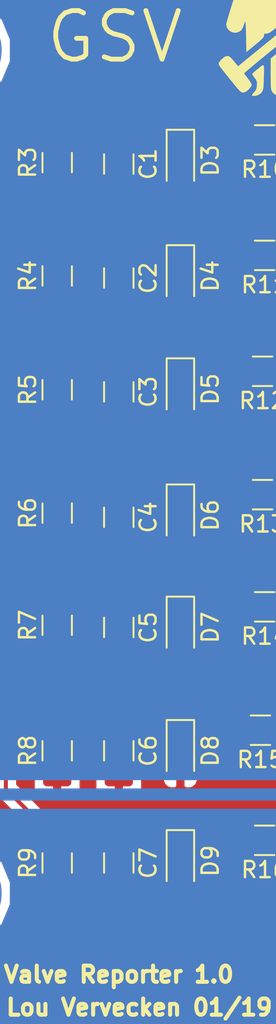
<source format=kicad_pcb>
(kicad_pcb (version 20171130) (host pcbnew "(5.0.2)-1")
  (layers (0 F.Cu signal hide) (31 B.Cu signal hide) (34 B.Paste user hide) (35 F.Paste user hide) (36 B.SilkS user) (37 F.SilkS user) (38 B.Mask user) (39 F.Mask user) (44 Edge.Cuts user hide))
  (net 0 "")
  (net 1 "Net-(C1-Pad1)")
  (net 2 GND)
  (net 3 "Net-(C2-Pad1)")
  (net 4 "Net-(C3-Pad1)")
  (net 5 "Net-(C4-Pad1)")
  (net 6 "Net-(C5-Pad1)")
  (net 7 "Net-(C6-Pad1)")
  (net 8 "Net-(C7-Pad1)")
  (net 9 +12V)
  (net 10 +5V)
  (net 11 "Net-(D1-Pad2)")
  (net 12 "Net-(D2-Pad2)")
  (net 13 "Net-(D10-Pad1)")
  (net 14 "Net-(D11-Pad1)")
  (net 15 "Net-(D12-Pad1)")
  (net 16 "Net-(D13-Pad1)")
  (net 17 "Net-(D14-Pad1)")
  (net 18 "Net-(D15-Pad1)")
  (net 19 "Net-(D16-Pad1)")
  (net 20 "Net-(Q1-Pad2)")
  (net 21 "Net-(R2-Pad2)")
  (net 22 "Net-(R17-Pad2)")
  (net 23 "Net-(U1-Pad2)")
  (net 24 "Net-(U1-Pad3)")
  (net 25 "Net-(U1-Pad4)")
  (net 26 "Net-(U1-Pad5)")
  (net 27 "Net-(U1-Pad6)")
  (net 28 "Net-(U1-Pad7)")
  (net 29 "Net-(U1-Pad8)")
  (net 30 "Net-(U1-Pad9)")
  (net 31 "Net-(U1-Pad11)")
  (net 32 "Net-(U1-Pad12)")
  (net 33 "Net-(U1-Pad13)")
  (net 34 "Net-(U1-Pad16)")
  (net 35 "Net-(U1-Pad18)")
  (net 36 "Net-(U1-Pad19)")
  (net 37 "Net-(U1-Pad25)")
  (net 38 "Net-(U1-Pad27)")
  (net 39 /RelOn)
  (net 40 /RelOff)
  (net 41 /RelIn)
  (module Capacitor_SMD:C_1206_3216Metric_Pad1.42x1.75mm_HandSolder (layer F.Cu) (at 146.05 91.6 270)
    (fp_text reference C2 (at 0 -1.82 270) (layer F.SilkS))
    (fp_text value 0.01uF)
    (pad 2 smd roundrect (at 1.4875 0 270) (size 1.425 1.75) (layers F.Cu F.Paste F.Mask) (roundrect_rratio 0.175439) (net 2 GND))
    (pad 1 smd roundrect (at -1.4875 0 270) (size 1.425 1.75) (layers F.Cu F.Paste F.Mask) (roundrect_rratio 0.175439) (net 3 "Net-(C2-Pad1)"))
  )
  (module Capacitor_SMD:C_1206_3216Metric_Pad1.42x1.75mm_HandSolder (layer F.Cu) (at 146.05 98.63 270)
    (fp_text reference C3 (at 0 -1.82 270) (layer F.SilkS))
    (fp_text value 0.01uF)
    (pad 1 smd roundrect (at -1.4875 0 270) (size 1.425 1.75) (layers F.Cu F.Paste F.Mask) (roundrect_rratio 0.175439) (net 4 "Net-(C3-Pad1)"))
    (pad 2 smd roundrect (at 1.4875 0 270) (size 1.425 1.75) (layers F.Cu F.Paste F.Mask) (roundrect_rratio 0.175439) (net 2 GND))
  )
  (module Capacitor_SMD:C_1206_3216Metric_Pad1.42x1.75mm_HandSolder (layer F.Cu) (at 146.05 106.38 270)
    (fp_text reference C4 (at 0 -1.82 270) (layer F.SilkS))
    (fp_text value 0.01uF)
    (pad 2 smd roundrect (at 1.4875 0 270) (size 1.425 1.75) (layers F.Cu F.Paste F.Mask) (roundrect_rratio 0.175439) (net 2 GND))
    (pad 1 smd roundrect (at -1.4875 0 270) (size 1.425 1.75) (layers F.Cu F.Paste F.Mask) (roundrect_rratio 0.175439) (net 5 "Net-(C4-Pad1)"))
  )
  (module Capacitor_SMD:C_1206_3216Metric_Pad1.42x1.75mm_HandSolder (layer F.Cu) (at 146.05 113.18 270)
    (fp_text reference C5 (at 0 -1.82 270) (layer F.SilkS))
    (fp_text value 0.01uF)
    (pad 1 smd roundrect (at -1.4875 0 270) (size 1.425 1.75) (layers F.Cu F.Paste F.Mask) (roundrect_rratio 0.175439) (net 6 "Net-(C5-Pad1)"))
    (pad 2 smd roundrect (at 1.4875 0 270) (size 1.425 1.75) (layers F.Cu F.Paste F.Mask) (roundrect_rratio 0.175439) (net 2 GND))
  )
  (module Capacitor_SMD:C_1206_3216Metric_Pad1.42x1.75mm_HandSolder (layer F.Cu) (at 146.05 120.8 270)
    (fp_text reference C6 (at 0 -1.82 270) (layer F.SilkS))
    (fp_text value 0.01uF)
    (pad 2 smd roundrect (at 1.4875 0 270) (size 1.425 1.75) (layers F.Cu F.Paste F.Mask) (roundrect_rratio 0.175439) (net 2 GND))
    (pad 1 smd roundrect (at -1.4875 0 270) (size 1.425 1.75) (layers F.Cu F.Paste F.Mask) (roundrect_rratio 0.175439) (net 7 "Net-(C6-Pad1)"))
  )
  (module Capacitor_SMD:C_1206_3216Metric_Pad1.42x1.75mm_HandSolder (layer F.Cu) (at 146.05 127.73 270)
    (fp_text reference C7 (at 0 -1.82 270) (layer F.SilkS))
    (fp_text value 0.01uF)
    (pad 1 smd roundrect (at -1.4875 0 270) (size 1.425 1.75) (layers F.Cu F.Paste F.Mask) (roundrect_rratio 0.175439) (net 8 "Net-(C7-Pad1)"))
    (pad 2 smd roundrect (at 1.4875 0 270) (size 1.425 1.75) (layers F.Cu F.Paste F.Mask) (roundrect_rratio 0.175439) (net 2 GND))
  )
  (module Capacitor_SMD:C_1206_3216Metric_Pad1.42x1.75mm_HandSolder (layer F.Cu) (at 102.74 115.57)
    (fp_text reference C8 (at 0 -1.82) (layer F.SilkS))
    (fp_text value 0.33uF)
    (pad 2 smd roundrect (at 1.4875 0) (size 1.425 1.75) (layers F.Cu F.Paste F.Mask) (roundrect_rratio 0.175439) (net 2 GND))
    (pad 1 smd roundrect (at -1.4875 0) (size 1.425 1.75) (layers F.Cu F.Paste F.Mask) (roundrect_rratio 0.175439) (net 9 +12V))
  )
  (module Capacitor_SMD:C_1206_3216Metric_Pad1.42x1.75mm_HandSolder (layer F.Cu) (at 105.41 133.985 270)
    (fp_text reference C9 (at 0 -1.82 270) (layer F.SilkS))
    (fp_text value 0.33uF)
    (pad 1 smd roundrect (at -1.4875 0 270) (size 1.425 1.75) (layers F.Cu F.Paste F.Mask) (roundrect_rratio 0.175439) (net 10 +5V))
    (pad 2 smd roundrect (at 1.4875 0 270) (size 1.425 1.75) (layers F.Cu F.Paste F.Mask) (roundrect_rratio 0.175439) (net 2 GND))
  )
  (module Diode_SMD:D_1206_3216Metric_Pad1.42x1.75mm_HandSolder (layer F.Cu) (at 102.74 106.68)
    (fp_text reference D2 (at 0 -1.82) (layer F.SilkS))
    (fp_text value D)
    (pad 1 smd roundrect (at -1.4875 0) (size 1.425 1.75) (layers F.Cu F.Paste F.Mask) (roundrect_rratio 0.175439) (net 9 +12V))
    (pad 2 smd roundrect (at 1.4875 0) (size 1.425 1.75) (layers F.Cu F.Paste F.Mask) (roundrect_rratio 0.175439) (net 12 "Net-(D2-Pad2)"))
  )
  (module LED_SMD:LED_1206_3216Metric_Pad1.42x1.75mm_HandSolder (layer F.Cu) (at 95.25 134.115 270)
    (fp_text reference D1 (at 0 -1.82 270) (layer F.SilkS))
    (fp_text value LED)
    (pad 1 smd roundrect (at -1.4875 0 270) (size 1.425 1.75) (layers F.Cu F.Paste F.Mask) (roundrect_rratio 0.175439) (net 2 GND))
    (pad 2 smd roundrect (at 1.4875 0 270) (size 1.425 1.75) (layers F.Cu F.Paste F.Mask) (roundrect_rratio 0.175439) (net 11 "Net-(D1-Pad2)"))
  )
  (module Resistor_SMD:R_1206_3216Metric_Pad1.42x1.75mm_HandSolder (layer F.Cu) (at 101.73 74.93)
    (fp_text reference R17 (at 0 -1.82) (layer F.SilkS))
    (fp_text value 0)
    (pad 1 smd roundrect (at -1.4875 0) (size 1.425 1.75) (layers F.Cu F.Paste F.Mask) (roundrect_rratio 0.175439) (net 1 "Net-(C1-Pad1)"))
    (pad 2 smd roundrect (at 1.4875 0) (size 1.425 1.75) (layers F.Cu F.Paste F.Mask) (roundrect_rratio 0.175439) (net 22 "Net-(R17-Pad2)"))
  )
  (module Resistor_SMD:R_1206_3216Metric_Pad1.42x1.75mm_HandSolder (layer F.Cu) (at 155.07 126.33 180)
    (fp_text reference R16 (at 0 -1.82 180) (layer F.SilkS))
    (fp_text value 1k)
    (pad 2 smd roundrect (at 1.4875 0 180) (size 1.425 1.75) (layers F.Cu F.Paste F.Mask) (roundrect_rratio 0.175439) (net 8 "Net-(C7-Pad1)"))
    (pad 1 smd roundrect (at -1.4875 0 180) (size 1.425 1.75) (layers F.Cu F.Paste F.Mask) (roundrect_rratio 0.175439) (net 19 "Net-(D16-Pad1)"))
  )
  (module Resistor_SMD:R_1206_3216Metric_Pad1.42x1.75mm_HandSolder (layer F.Cu) (at 142.24 127.73 90)
    (fp_text reference R9 (at 0 -1.82 90) (layer F.SilkS))
    (fp_text value 1k)
    (pad 1 smd roundrect (at -1.4875 0 90) (size 1.425 1.75) (layers F.Cu F.Paste F.Mask) (roundrect_rratio 0.175439) (net 2 GND))
    (pad 2 smd roundrect (at 1.4875 0 90) (size 1.425 1.75) (layers F.Cu F.Paste F.Mask) (roundrect_rratio 0.175439) (net 8 "Net-(C7-Pad1)"))
  )
  (module Resistor_SMD:R_1206_3216Metric_Pad1.42x1.75mm_HandSolder (layer F.Cu) (at 154.81 119.53 180)
    (fp_text reference R15 (at 0 -1.82 180) (layer F.SilkS))
    (fp_text value 1k)
    (pad 2 smd roundrect (at 1.4875 0 180) (size 1.425 1.75) (layers F.Cu F.Paste F.Mask) (roundrect_rratio 0.175439) (net 7 "Net-(C6-Pad1)"))
    (pad 1 smd roundrect (at -1.4875 0 180) (size 1.425 1.75) (layers F.Cu F.Paste F.Mask) (roundrect_rratio 0.175439) (net 18 "Net-(D15-Pad1)"))
  )
  (module Resistor_SMD:R_1206_3216Metric_Pad1.42x1.75mm_HandSolder (layer F.Cu) (at 155.07 111.91 180)
    (fp_text reference R14 (at 0 -1.82 180) (layer F.SilkS))
    (fp_text value 1k)
    (pad 1 smd roundrect (at -1.4875 0 180) (size 1.425 1.75) (layers F.Cu F.Paste F.Mask) (roundrect_rratio 0.175439) (net 17 "Net-(D14-Pad1)"))
    (pad 2 smd roundrect (at 1.4875 0 180) (size 1.425 1.75) (layers F.Cu F.Paste F.Mask) (roundrect_rratio 0.175439) (net 6 "Net-(C5-Pad1)"))
  )
  (module Resistor_SMD:R_1206_3216Metric_Pad1.42x1.75mm_HandSolder (layer F.Cu) (at 154.94 104.98 180)
    (fp_text reference R13 (at 0 -1.82 180) (layer F.SilkS))
    (fp_text value 1k)
    (pad 2 smd roundrect (at 1.4875 0 180) (size 1.425 1.75) (layers F.Cu F.Paste F.Mask) (roundrect_rratio 0.175439) (net 5 "Net-(C4-Pad1)"))
    (pad 1 smd roundrect (at -1.4875 0 180) (size 1.425 1.75) (layers F.Cu F.Paste F.Mask) (roundrect_rratio 0.175439) (net 16 "Net-(D13-Pad1)"))
  )
  (module Resistor_SMD:R_1206_3216Metric_Pad1.42x1.75mm_HandSolder (layer F.Cu) (at 154.94 97.36 180)
    (fp_text reference R12 (at 0 -1.82 180) (layer F.SilkS))
    (fp_text value 1k)
    (pad 1 smd roundrect (at -1.4875 0 180) (size 1.425 1.75) (layers F.Cu F.Paste F.Mask) (roundrect_rratio 0.175439) (net 15 "Net-(D12-Pad1)"))
    (pad 2 smd roundrect (at 1.4875 0 180) (size 1.425 1.75) (layers F.Cu F.Paste F.Mask) (roundrect_rratio 0.175439) (net 4 "Net-(C3-Pad1)"))
  )
  (module Resistor_SMD:R_1206_3216Metric_Pad1.42x1.75mm_HandSolder (layer F.Cu) (at 155.07 90.2 180)
    (fp_text reference R11 (at 0 -1.82 180) (layer F.SilkS))
    (fp_text value 1k)
    (pad 2 smd roundrect (at 1.4875 0 180) (size 1.425 1.75) (layers F.Cu F.Paste F.Mask) (roundrect_rratio 0.175439) (net 3 "Net-(C2-Pad1)"))
    (pad 1 smd roundrect (at -1.4875 0 180) (size 1.425 1.75) (layers F.Cu F.Paste F.Mask) (roundrect_rratio 0.175439) (net 14 "Net-(D11-Pad1)"))
  )
  (module Resistor_SMD:R_1206_3216Metric_Pad1.42x1.75mm_HandSolder (layer F.Cu) (at 155.07 83.07 180)
    (fp_text reference R10 (at 0 -1.82 180) (layer F.SilkS))
    (fp_text value 1k)
    (pad 1 smd roundrect (at -1.4875 0 180) (size 1.425 1.75) (layers F.Cu F.Paste F.Mask) (roundrect_rratio 0.175439) (net 13 "Net-(D10-Pad1)"))
    (pad 2 smd roundrect (at 1.4875 0 180) (size 1.425 1.75) (layers F.Cu F.Paste F.Mask) (roundrect_rratio 0.175439) (net 1 "Net-(C1-Pad1)"))
  )
  (module Resistor_SMD:R_1206_3216Metric_Pad1.42x1.75mm_HandSolder (layer F.Cu) (at 142.24 120.8 90)
    (fp_text reference R8 (at 0 -1.82 90) (layer F.SilkS))
    (fp_text value 1k)
    (pad 2 smd roundrect (at 1.4875 0 90) (size 1.425 1.75) (layers F.Cu F.Paste F.Mask) (roundrect_rratio 0.175439) (net 7 "Net-(C6-Pad1)"))
    (pad 1 smd roundrect (at -1.4875 0 90) (size 1.425 1.75) (layers F.Cu F.Paste F.Mask) (roundrect_rratio 0.175439) (net 2 GND))
  )
  (module Resistor_SMD:R_1206_3216Metric_Pad1.42x1.75mm_HandSolder (layer F.Cu) (at 142.24 106.12 90)
    (fp_text reference R6 (at 0 -1.82 90) (layer F.SilkS))
    (fp_text value 1k)
    (pad 1 smd roundrect (at -1.4875 0 90) (size 1.425 1.75) (layers F.Cu F.Paste F.Mask) (roundrect_rratio 0.175439) (net 2 GND))
    (pad 2 smd roundrect (at 1.4875 0 90) (size 1.425 1.75) (layers F.Cu F.Paste F.Mask) (roundrect_rratio 0.175439) (net 5 "Net-(C4-Pad1)"))
  )
  (module Resistor_SMD:R_1206_3216Metric_Pad1.42x1.75mm_HandSolder (layer F.Cu) (at 142.24 91.47 90)
    (fp_text reference R4 (at 0 -1.82 90) (layer F.SilkS))
    (fp_text value 1k)
    (pad 2 smd roundrect (at 1.4875 0 90) (size 1.425 1.75) (layers F.Cu F.Paste F.Mask) (roundrect_rratio 0.175439) (net 3 "Net-(C2-Pad1)"))
    (pad 1 smd roundrect (at -1.4875 0 90) (size 1.425 1.75) (layers F.Cu F.Paste F.Mask) (roundrect_rratio 0.175439) (net 2 GND))
  )
  (module Resistor_SMD:R_1206_3216Metric_Pad1.42x1.75mm_HandSolder (layer F.Cu) (at 142.24 84.47 90)
    (fp_text reference R3 (at 0 -1.82 90) (layer F.SilkS))
    (fp_text value 1k)
    (pad 1 smd roundrect (at -1.4875 0 90) (size 1.425 1.75) (layers F.Cu F.Paste F.Mask) (roundrect_rratio 0.175439) (net 2 GND))
    (pad 2 smd roundrect (at 1.4875 0 90) (size 1.425 1.75) (layers F.Cu F.Paste F.Mask) (roundrect_rratio 0.175439) (net 1 "Net-(C1-Pad1)"))
  )
  (module Resistor_SMD:R_1206_3216Metric_Pad1.42x1.75mm_HandSolder (layer F.Cu) (at 102.74 110.49)
    (fp_text reference R2 (at 0 -1.82) (layer F.SilkS))
    (fp_text value 2k)
    (pad 2 smd roundrect (at 1.4875 0) (size 1.425 1.75) (layers F.Cu F.Paste F.Mask) (roundrect_rratio 0.175439) (net 21 "Net-(R2-Pad2)"))
    (pad 1 smd roundrect (at -1.4875 0) (size 1.425 1.75) (layers F.Cu F.Paste F.Mask) (roundrect_rratio 0.175439) (net 20 "Net-(Q1-Pad2)"))
  )
  (module Resistor_SMD:R_1206_3216Metric_Pad1.42x1.75mm_HandSolder (layer F.Cu) (at 100.33 133.985 90)
    (fp_text reference R1 (at 0 -1.82 90) (layer F.SilkS))
    (fp_text value 1k)
    (pad 1 smd roundrect (at -1.4875 0 90) (size 1.425 1.75) (layers F.Cu F.Paste F.Mask) (roundrect_rratio 0.175439) (net 11 "Net-(D1-Pad2)"))
    (pad 2 smd roundrect (at 1.4875 0 90) (size 1.425 1.75) (layers F.Cu F.Paste F.Mask) (roundrect_rratio 0.175439) (net 10 +5V))
  )
  (module Resistor_SMD:R_1206_3216Metric_Pad1.42x1.75mm_HandSolder (layer F.Cu) (at 142.24 98.5 90)
    (fp_text reference R5 (at 0 -1.82 90) (layer F.SilkS))
    (fp_text value 1k)
    (pad 2 smd roundrect (at 1.4875 0 90) (size 1.425 1.75) (layers F.Cu F.Paste F.Mask) (roundrect_rratio 0.175439) (net 4 "Net-(C3-Pad1)"))
    (pad 1 smd roundrect (at -1.4875 0 90) (size 1.425 1.75) (layers F.Cu F.Paste F.Mask) (roundrect_rratio 0.175439) (net 2 GND))
  )
  (module Resistor_SMD:R_1206_3216Metric_Pad1.42x1.75mm_HandSolder (layer F.Cu) (at 142.24 113.05 90)
    (fp_text reference R7 (at 0 -1.82 90) (layer F.SilkS))
    (fp_text value 1k)
    (pad 1 smd roundrect (at -1.4875 0 90) (size 1.425 1.75) (layers F.Cu F.Paste F.Mask) (roundrect_rratio 0.175439) (net 2 GND))
    (pad 2 smd roundrect (at 1.4875 0 90) (size 1.425 1.75) (layers F.Cu F.Paste F.Mask) (roundrect_rratio 0.175439) (net 6 "Net-(C5-Pad1)"))
  )
  (module Capacitor_SMD:C_2816_7142Metric_Pad3.20x4.45mm_HandSolder (layer F.Cu) (at 161.23 134.62 180)
    (fp_text reference C10 (at 0 -3.18 180) (layer F.SilkS))
    (fp_text value 50uF)
    (pad 1 smd roundrect (at -2.6 0 180) (size 3.2 4.45) (layers F.Cu F.Paste F.Mask) (roundrect_rratio 0.078125) (net 9 +12V))
    (pad 2 smd roundrect (at 2.6 0 180) (size 3.2 4.45) (layers F.Cu F.Paste F.Mask) (roundrect_rratio 0.078125) (net 2 GND))
  )
  (module Diode_SMD:D_SOD-323_HandSoldering (layer F.Cu) (at 149.86 120.8 270)
    (fp_text reference D8 (at 0 -1.85 270) (layer F.SilkS))
    (fp_text value 3.3V)
    (pad 2 smd rect (at 1.25 0 270) (size 1 1) (layers F.Cu F.Paste F.Mask) (net 2 GND))
    (pad 1 smd rect (at -1.25 0 270) (size 1 1) (layers F.Cu F.Paste F.Mask) (net 7 "Net-(C6-Pad1)"))
  )
  (module Diode_SMD:D_SOD-323_HandSoldering (layer F.Cu) (at 149.86 106.25 270)
    (fp_text reference D6 (at 0 -1.85 270) (layer F.SilkS))
    (fp_text value 3.3V)
    (pad 1 smd rect (at -1.25 0 270) (size 1 1) (layers F.Cu F.Paste F.Mask) (net 5 "Net-(C4-Pad1)"))
    (pad 2 smd rect (at 1.25 0 270) (size 1 1) (layers F.Cu F.Paste F.Mask) (net 2 GND))
  )
  (module Diode_SMD:D_SOD-323_HandSoldering (layer F.Cu) (at 149.86 91.47 270)
    (fp_text reference D4 (at 0 -1.85 270) (layer F.SilkS))
    (fp_text value 3.3V)
    (pad 2 smd rect (at 1.25 0 270) (size 1 1) (layers F.Cu F.Paste F.Mask) (net 2 GND))
    (pad 1 smd rect (at -1.25 0 270) (size 1 1) (layers F.Cu F.Paste F.Mask) (net 3 "Net-(C2-Pad1)"))
  )
  (module Diode_SMD:D_SOD-323_HandSoldering (layer F.Cu) (at 149.86 98.46 270)
    (fp_text reference D5 (at 0 -1.85 270) (layer F.SilkS))
    (fp_text value 3.3V)
    (pad 1 smd rect (at -1.25 0 270) (size 1 1) (layers F.Cu F.Paste F.Mask) (net 4 "Net-(C3-Pad1)"))
    (pad 2 smd rect (at 1.25 0 270) (size 1 1) (layers F.Cu F.Paste F.Mask) (net 2 GND))
  )
  (module Diode_SMD:D_SOD-323_HandSoldering (layer F.Cu) (at 149.86 113.18 270)
    (fp_text reference D7 (at 0 -1.85 270) (layer F.SilkS))
    (fp_text value 3.3V)
    (pad 2 smd rect (at 1.25 0 270) (size 1 1) (layers F.Cu F.Paste F.Mask) (net 2 GND))
    (pad 1 smd rect (at -1.25 0 270) (size 1 1) (layers F.Cu F.Paste F.Mask) (net 6 "Net-(C5-Pad1)"))
  )
  (module Diode_SMD:D_SOD-323_HandSoldering (layer F.Cu) (at 149.86 127.6 270)
    (fp_text reference D9 (at 0 -1.85 270) (layer F.SilkS))
    (fp_text value 3.3V)
    (pad 1 smd rect (at -1.25 0 270) (size 1 1) (layers F.Cu F.Paste F.Mask) (net 8 "Net-(C7-Pad1)"))
    (pad 2 smd rect (at 1.25 0 270) (size 1 1) (layers F.Cu F.Paste F.Mask) (net 2 GND))
  )
  (module Diode_SMD:D_SOD-323_HandSoldering (layer F.Cu) (at 149.86 84.34 270)
    (fp_text reference D3 (at 0 -1.85 270) (layer F.SilkS))
    (fp_text value 3.3V)
    (pad 2 smd rect (at 1.25 0 270) (size 1 1) (layers F.Cu F.Paste F.Mask) (net 2 GND))
    (pad 1 smd rect (at -1.25 0 270) (size 1 1) (layers F.Cu F.Paste F.Mask) (net 1 "Net-(C1-Pad1)"))
  )
  (module TerminalBlock_Phoenix:TerminalBlock_Phoenix_PT-1,5-14-3.5-H_1x14_P3.50mm_Horizontal_valve_rep (layer F.Cu) (at 170.18 127 90)
    (fp_text reference J2 (at 48.895 3.81 90) (layer F.SilkS))
    (fp_text value Screw_Terminal_01x14)
    (fp_text user 1P (at 45.72 -5.08 90) (layer F.SilkS))
    (fp_text user 1N (at 41.91 -5.08 90) (layer F.SilkS))
    (fp_text user 2P (at 38.735 -5.08 90) (layer F.SilkS))
    (fp_text user 2N (at 34.925 -5.08 90) (layer F.SilkS))
    (fp_text user 3P (at 31.75 -5.08 90) (layer F.SilkS))
    (fp_text user 3N (at 27.94 -5.08 90) (layer F.SilkS))
    (fp_text user 4P (at 24.765 -5.08 90) (layer F.SilkS))
    (fp_text user 4N (at 20.955 -5.08 90) (layer F.SilkS))
    (fp_text user 5P (at 17.78 -5.08 90) (layer F.SilkS))
    (fp_text user 5N (at 13.97 -5.08 90) (layer F.SilkS))
    (fp_text user 6P (at 10.795 -5.08 90) (layer F.SilkS))
    (fp_text user 6N (at 6.985 -5.08 90) (layer F.SilkS))
    (fp_text user 7P (at 3.81 -5.08 90) (layer F.SilkS))
    (fp_text user 7N (at 0 -5.08 90) (layer F.SilkS))
    (pad 1 thru_hole rect (at 0 0 90) (size 2.4 2.4) (drill 1.2) (layers *.Cu *.Mask) (net 19 "Net-(D16-Pad1)"))
    (pad 2 thru_hole circle (at 3.5 0 90) (size 2.4 2.4) (drill 1.2) (layers *.Cu *.Mask) (net 9 +12V))
    (pad 3 thru_hole circle (at 7 0 90) (size 2.4 2.4) (drill 1.2) (layers *.Cu *.Mask) (net 18 "Net-(D15-Pad1)"))
    (pad 4 thru_hole circle (at 10.5 0 90) (size 2.4 2.4) (drill 1.2) (layers *.Cu *.Mask) (net 9 +12V))
    (pad 5 thru_hole circle (at 14 0 90) (size 2.4 2.4) (drill 1.2) (layers *.Cu *.Mask) (net 17 "Net-(D14-Pad1)"))
    (pad 6 thru_hole circle (at 17.5 0 90) (size 2.4 2.4) (drill 1.2) (layers *.Cu *.Mask) (net 9 +12V))
    (pad 7 thru_hole circle (at 21 0 90) (size 2.4 2.4) (drill 1.2) (layers *.Cu *.Mask) (net 16 "Net-(D13-Pad1)"))
    (pad 8 thru_hole circle (at 24.5 0 90) (size 2.4 2.4) (drill 1.2) (layers *.Cu *.Mask) (net 9 +12V))
    (pad 9 thru_hole circle (at 28 0 90) (size 2.4 2.4) (drill 1.2) (layers *.Cu *.Mask) (net 15 "Net-(D12-Pad1)"))
    (pad 10 thru_hole circle (at 31.5 0 90) (size 2.4 2.4) (drill 1.2) (layers *.Cu *.Mask) (net 9 +12V))
    (pad 11 thru_hole circle (at 35 0 90) (size 2.4 2.4) (drill 1.2) (layers *.Cu *.Mask) (net 14 "Net-(D11-Pad1)"))
    (pad 12 thru_hole circle (at 38.5 0 90) (size 2.4 2.4) (drill 1.2) (layers *.Cu *.Mask) (net 9 +12V))
    (pad 13 thru_hole circle (at 42 0 90) (size 2.4 2.4) (drill 1.2) (layers *.Cu *.Mask) (net 13 "Net-(D10-Pad1)"))
    (pad 14 thru_hole circle (at 45.5 0 90) (size 2.4 2.4) (drill 1.2) (layers *.Cu *.Mask) (net 9 +12V))
  )
  (module TerminalBlock_Phoenix:TerminalBlock_Phoenix_PT-1,5-5-5.0-H_1x05_P5.00mm_Horizontal_valve_rep (layer F.Cu) (at 88.9 104.775 270)
    (fp_text reference J1 (at 10 -5.06 270) (layer F.SilkS))
    (fp_text value Screw_Terminal_01x05)
    (fp_text user 12V (at 0 -6.35 270) (layer F.SilkS))
    (fp_text user GND (at 5.08 -6.35 270) (layer F.SilkS))
    (fp_text user RelOn (at 10.16 -6.35 270) (layer F.SilkS))
    (fp_text user RelOff (at 15.24 -6.35 270) (layer F.SilkS))
    (fp_text user RelIn (at 20.32 -6.35 270) (layer F.SilkS))
    (pad 1 thru_hole rect (at 0 0 270) (size 2.6 2.6) (drill 1.3) (layers *.Cu *.Mask) (net 9 +12V))
    (pad 2 thru_hole circle (at 5 0 270) (size 2.6 2.6) (drill 1.3) (layers *.Cu *.Mask) (net 2 GND))
    (pad 3 thru_hole circle (at 10 0 270) (size 2.6 2.6) (drill 1.3) (layers *.Cu *.Mask) (net 39 /RelOn))
    (pad 4 thru_hole circle (at 15 0 270) (size 2.6 2.6) (drill 1.3) (layers *.Cu *.Mask) (net 40 /RelOff))
    (pad 5 thru_hole circle (at 20 0 270) (size 2.6 2.6) (drill 1.3) (layers *.Cu *.Mask) (net 41 /RelIn))
  )
  (module MountingHole:MountingHole_3.2mm_M3_ISO7380_Pad (layer F.Cu) (at 135.9535 129.6035)
    (fp_text reference H5 (at 0 -3.85) (layer F.SilkS))
    (fp_text value MountingHole_Pad)
    (pad 1 thru_hole circle (at 0 0) (size 5.7 5.7) (drill 3.2) (layers *.Cu *.Mask) (net 2 GND))
  )
  (module MountingHole:MountingHole_3.2mm_M3_ISO7380_Pad (layer F.Cu) (at 135.9535 77.5335)
    (fp_text reference H7 (at 0 -3.85) (layer F.SilkS))
    (fp_text value MountingHole_Pad)
    (pad 1 thru_hole circle (at 0 0) (size 5.7 5.7) (drill 3.2) (layers *.Cu *.Mask) (net 2 GND))
  )
  (module MountingHole:MountingHole_3.2mm_M3_ISO7380_Pad (layer F.Cu) (at 110.617 129.667)
    (fp_text reference H8 (at 0 -3.85) (layer F.SilkS))
    (fp_text value MountingHole_Pad)
    (pad 1 thru_hole circle (at 0 0) (size 5.7 5.7) (drill 3.2) (layers *.Cu *.Mask) (net 2 GND))
  )
  (module MountingHole:MountingHole_3.2mm_M3_ISO7380_Pad (layer F.Cu) (at 110.617 77.597)
    (fp_text reference H6 (at 0 -3.85) (layer F.SilkS))
    (fp_text value MountingHole_Pad)
    (pad 1 thru_hole circle (at 0 0) (size 5.7 5.7) (drill 3.2) (layers *.Cu *.Mask) (net 2 GND))
  )
  (module Capacitor_SMD:C_1206_3216Metric_Pad1.42x1.75mm_HandSolder (layer F.Cu) (at 146.05 84.5575 270)
    (fp_text reference C1 (at 0 -1.82 270) (layer F.SilkS))
    (fp_text value 0.01uF)
    (pad 1 smd roundrect (at -1.4875 0 270) (size 1.425 1.75) (layers F.Cu F.Paste F.Mask) (roundrect_rratio 0.175439) (net 1 "Net-(C1-Pad1)"))
    (pad 2 smd roundrect (at 1.4875 0 270) (size 1.425 1.75) (layers F.Cu F.Paste F.Mask) (roundrect_rratio 0.175439) (net 2 GND))
  )
  (module Diode_SMD:D_SOD-323_HandSoldering (layer F.Cu) (at 160.02 84.34 270)
    (fp_text reference D10 (at 0 -1.85 270) (layer F.SilkS))
    (fp_text value D_Shockley)
    (pad 2 smd rect (at 1.25 0 270) (size 1 1) (layers F.Cu F.Paste F.Mask) (net 2 GND))
    (pad 1 smd rect (at -1.25 0 270) (size 1 1) (layers F.Cu F.Paste F.Mask) (net 13 "Net-(D10-Pad1)"))
  )
  (module Diode_SMD:D_SOD-323_HandSoldering (layer F.Cu) (at 160.02 91.45 270)
    (fp_text reference D11 (at 0 -1.85 270) (layer F.SilkS))
    (fp_text value D_Shockley)
    (pad 1 smd rect (at -1.25 0 270) (size 1 1) (layers F.Cu F.Paste F.Mask) (net 14 "Net-(D11-Pad1)"))
    (pad 2 smd rect (at 1.25 0 270) (size 1 1) (layers F.Cu F.Paste F.Mask) (net 2 GND))
  )
  (module Diode_SMD:D_SOD-323_HandSoldering (layer F.Cu) (at 160.02 98.61 270)
    (fp_text reference D12 (at 0 -1.85 270) (layer F.SilkS))
    (fp_text value D_Shockley)
    (pad 1 smd rect (at -1.25 0 270) (size 1 1) (layers F.Cu F.Paste F.Mask) (net 15 "Net-(D12-Pad1)"))
    (pad 2 smd rect (at 1.25 0 270) (size 1 1) (layers F.Cu F.Paste F.Mask) (net 2 GND))
  )
  (module Diode_SMD:D_SOD-323_HandSoldering (layer F.Cu) (at 160.02 106.23 270)
    (fp_text reference D13 (at 0 -1.85 270) (layer F.SilkS))
    (fp_text value D_Shockley)
    (pad 1 smd rect (at -1.25 0 270) (size 1 1) (layers F.Cu F.Paste F.Mask) (net 16 "Net-(D13-Pad1)"))
    (pad 2 smd rect (at 1.25 0 270) (size 1 1) (layers F.Cu F.Paste F.Mask) (net 2 GND))
  )
  (module Diode_SMD:D_SOD-323_HandSoldering (layer F.Cu) (at 160.02 113.16 270)
    (fp_text reference D14 (at 0 -1.85 270) (layer F.SilkS))
    (fp_text value D_Shockley)
    (pad 2 smd rect (at 1.25 0 270) (size 1 1) (layers F.Cu F.Paste F.Mask) (net 2 GND))
    (pad 1 smd rect (at -1.25 0 270) (size 1 1) (layers F.Cu F.Paste F.Mask) (net 17 "Net-(D14-Pad1)"))
  )
  (module Diode_SMD:D_SOD-323_HandSoldering (layer F.Cu) (at 160.02 120.8 270)
    (fp_text reference D15 (at 0 -1.85 270) (layer F.SilkS))
    (fp_text value D_Shockley)
    (pad 2 smd rect (at 1.25 0 270) (size 1 1) (layers F.Cu F.Paste F.Mask) (net 2 GND))
    (pad 1 smd rect (at -1.25 0 270) (size 1 1) (layers F.Cu F.Paste F.Mask) (net 18 "Net-(D15-Pad1)"))
  )
  (module Diode_SMD:D_SOD-323_HandSoldering (layer F.Cu) (at 160.02 127.58 270)
    (fp_text reference D16 (at 0 -1.85 270) (layer F.SilkS))
    (fp_text value D_Shockley)
    (pad 1 smd rect (at -1.25 0 270) (size 1 1) (layers F.Cu F.Paste F.Mask) (net 19 "Net-(D16-Pad1)"))
    (pad 2 smd rect (at 1.25 0 270) (size 1 1) (layers F.Cu F.Paste F.Mask) (net 2 GND))
  )
  (module MountingHole:MountingHole_3.2mm_M3_ISO7380_Pad (layer F.Cu) (at 172.72 134.62)
    (fp_text reference H1 (at 0 -3.85) (layer F.SilkS))
    (fp_text value MountingHole_Pad)
    (pad 1 thru_hole circle (at 0 0) (size 5.7 5.7) (drill 3.2) (layers *.Cu *.Mask) (net 2 GND))
  )
  (module MountingHole:MountingHole_3.2mm_M3_ISO7380_Pad (layer F.Cu) (at 86.36 134.62)
    (fp_text reference H2 (at 0 -3.85) (layer F.SilkS))
    (fp_text value MountingHole_Pad)
    (pad 1 thru_hole circle (at 0 0) (size 5.7 5.7) (drill 3.2) (layers *.Cu *.Mask) (net 2 GND))
  )
  (module MountingHole:MountingHole_3.2mm_M3_ISO7380_Pad (layer F.Cu) (at 86.36 73.66)
    (fp_text reference H3 (at 0 -3.85) (layer F.SilkS))
    (fp_text value MountingHole_Pad)
    (pad 1 thru_hole circle (at 0 0) (size 5.7 5.7) (drill 3.2) (layers *.Cu *.Mask) (net 2 GND))
  )
  (module MountingHole:MountingHole_3.2mm_M3_ISO7380_Pad (layer F.Cu) (at 172.72 73.66)
    (fp_text reference H4 (at 0 -3.85) (layer F.SilkS))
    (fp_text value MountingHole_Pad)
    (pad 1 thru_hole circle (at 0 0) (size 5.7 5.7) (drill 3.2) (layers *.Cu *.Mask) (net 2 GND))
  )
  (module Relay_THT:Relay_SPDT_Omron-G5LE-1 (layer F.Cu) (at 103.505 88.265 270)
    (fp_text reference K1 (at 0 -3.8 270) (layer F.SilkS))
    (fp_text value G5LE-1)
    (pad 1 thru_hole rect (at 0 0 270) (size 2.5 2.5) (drill 1.3) (layers *.Cu *.Mask) (net 41 /RelIn))
    (pad 2 thru_hole oval (at -6 2 270) (size 2.5 2.5) (drill 1.3) (layers *.Cu *.Mask) (net 12 "Net-(D2-Pad2)"))
    (pad 3 thru_hole oval (at -6 14.2 270) (size 2.5 2.5) (drill 1.3) (layers *.Cu *.Mask) (net 40 /RelOff))
    (pad 4 thru_hole oval (at 6 14.2 270) (size 2.5 2.5) (drill 1.3) (layers *.Cu *.Mask) (net 39 /RelOn))
    (pad 5 thru_hole oval (at 6 2 270) (size 2.5 2.5) (drill 1.3) (layers *.Cu *.Mask) (net 9 +12V))
  )
  (module Package_TO_SOT_THT:TO-92_Inline (layer F.Cu) (at 103.9495 100.711 180)
    (fp_text reference Q1 (at 5.08 0 180) (layer F.SilkS))
    (fp_text value 2N3904)
    (pad 2 thru_hole oval (at 1.27 0 180) (size 1.05 1.5) (drill 0.75) (layers *.Cu *.Mask) (net 20 "Net-(Q1-Pad2)"))
    (pad 3 thru_hole oval (at 2.54 0 180) (size 1.05 1.5) (drill 0.75) (layers *.Cu *.Mask) (net 12 "Net-(D2-Pad2)"))
    (pad 1 thru_hole rect (at 0 0 180) (size 1.05 1.5) (drill 0.75) (layers *.Cu *.Mask) (net 2 GND))
  )
  (module ESP8266:NodeMCU-LoLinV3 (layer F.Cu) (at 123.275001 105.505001)
    (fp_text reference U1 (at 0 0) (layer F.SilkS))
    (fp_text value "NodeMCU_1.0_(ESP-12E)")
    (fp_text user VIN (at -11.43 15.24) (layer F.SilkS))
    (fp_text user G (at -11.43 12.7) (layer F.SilkS))
    (fp_text user RST (at -11.43 10.16) (layer F.SilkS))
    (fp_text user EN (at -11.43 7.62) (layer F.SilkS))
    (fp_text user 3V (at -11.43 5.08) (layer F.SilkS))
    (fp_text user G (at -11.43 2.54) (layer F.SilkS))
    (fp_text user SK (at -11.43 0) (layer F.SilkS))
    (fp_text user SO (at -11.43 -2.54) (layer F.SilkS))
    (fp_text user SC (at -11.43 -5.08) (layer F.SilkS))
    (fp_text user S1 (at -11.43 -7.62) (layer F.SilkS))
    (fp_text user S2 (at -11.43 -10.16) (layer F.SilkS))
    (fp_text user S3 (at -11.43 -12.7) (layer F.SilkS))
    (fp_text user VU (at -11.43 -15.24) (layer F.SilkS))
    (fp_text user G (at -11.43 -17.78) (layer F.SilkS))
    (fp_text user A0 (at -11.43 -20.32) (layer F.SilkS))
    (fp_text user 3V (at 11.43 15.24) (layer F.SilkS))
    (fp_text user G (at 11.43 12.7) (layer F.SilkS))
    (fp_text user TX (at 11.43 10.16) (layer F.SilkS))
    (fp_text user RX (at 11.43 7.62) (layer F.SilkS))
    (fp_text user D8 (at 11.43 5.08) (layer F.SilkS))
    (fp_text user D7 (at 11.43 2.54) (layer F.SilkS))
    (fp_text user D6 (at 11.43 0) (layer F.SilkS))
    (fp_text user D5 (at 11.43 -2.54) (layer F.SilkS))
    (fp_text user G (at 11.43 -5.08) (layer F.SilkS))
    (fp_text user 3V (at 11.43 -7.62) (layer F.SilkS))
    (fp_text user D4 (at 11.43 -10.16) (layer F.SilkS))
    (fp_text user D3 (at 11.43 -12.7) (layer F.SilkS))
    (fp_text user D2 (at 11.43 -15.24) (layer F.SilkS))
    (fp_text user D1 (at 11.43 -17.78) (layer F.SilkS))
    (fp_text user D0 (at 11.43 -20.32) (layer F.SilkS))
    (pad 1 thru_hole circle (at -13.97 -20.32) (size 1.524 1.524) (drill 0.762) (layers *.Cu *.Mask F.SilkS) (net 22 "Net-(R17-Pad2)"))
    (pad 2 thru_hole circle (at -13.97 -17.78) (size 1.524 1.524) (drill 0.762) (layers *.Cu *.Mask F.SilkS) (net 23 "Net-(U1-Pad2)"))
    (pad 3 thru_hole circle (at -13.97 -15.24) (size 1.524 1.524) (drill 0.762) (layers *.Cu *.Mask F.SilkS) (net 24 "Net-(U1-Pad3)"))
    (pad 4 thru_hole circle (at -13.97 -12.7) (size 1.524 1.524) (drill 0.762) (layers *.Cu *.Mask F.SilkS) (net 25 "Net-(U1-Pad4)"))
    (pad 5 thru_hole circle (at -13.97 -10.16) (size 1.524 1.524) (drill 0.762) (layers *.Cu *.Mask F.SilkS) (net 26 "Net-(U1-Pad5)"))
    (pad 6 thru_hole circle (at -13.97 -7.62) (size 1.524 1.524) (drill 0.762) (layers *.Cu *.Mask F.SilkS) (net 27 "Net-(U1-Pad6)"))
    (pad 7 thru_hole circle (at -13.97 -5.08) (size 1.524 1.524) (drill 0.762) (layers *.Cu *.Mask F.SilkS) (net 28 "Net-(U1-Pad7)"))
    (pad 8 thru_hole circle (at -13.97 -2.54) (size 1.524 1.524) (drill 0.762) (layers *.Cu *.Mask F.SilkS) (net 29 "Net-(U1-Pad8)"))
    (pad 9 thru_hole circle (at -13.97 0) (size 1.524 1.524) (drill 0.762) (layers *.Cu *.Mask F.SilkS) (net 30 "Net-(U1-Pad9)"))
    (pad 10 thru_hole circle (at -13.97 2.54) (size 1.524 1.524) (drill 0.762) (layers *.Cu *.Mask F.SilkS) (net 2 GND))
    (pad 11 thru_hole circle (at -13.97 5.08) (size 1.524 1.524) (drill 0.762) (layers *.Cu *.Mask F.SilkS) (net 31 "Net-(U1-Pad11)"))
    (pad 12 thru_hole circle (at -13.97 7.62) (size 1.524 1.524) (drill 0.762) (layers *.Cu *.Mask F.SilkS) (net 32 "Net-(U1-Pad12)"))
    (pad 13 thru_hole circle (at -13.97 10.16) (size 1.524 1.524) (drill 0.762) (layers *.Cu *.Mask F.SilkS) (net 33 "Net-(U1-Pad13)"))
    (pad 14 thru_hole circle (at -13.97 12.7) (size 1.524 1.524) (drill 0.762) (layers *.Cu *.Mask F.SilkS) (net 2 GND))
    (pad 15 thru_hole circle (at -13.97 15.24) (size 1.524 1.524) (drill 0.762) (layers *.Cu *.Mask F.SilkS) (net 10 +5V))
    (pad 16 thru_hole circle (at 13.97 15.24) (size 1.524 1.524) (drill 0.762) (layers *.Cu *.Mask F.SilkS) (net 34 "Net-(U1-Pad16)"))
    (pad 17 thru_hole circle (at 13.97 12.7) (size 1.524 1.524) (drill 0.762) (layers *.Cu *.Mask F.SilkS) (net 2 GND))
    (pad 18 thru_hole circle (at 13.97 10.16) (size 1.524 1.524) (drill 0.762) (layers *.Cu *.Mask F.SilkS) (net 35 "Net-(U1-Pad18)"))
    (pad 19 thru_hole circle (at 13.97 7.62) (size 1.524 1.524) (drill 0.762) (layers *.Cu *.Mask F.SilkS) (net 36 "Net-(U1-Pad19)"))
    (pad 20 thru_hole circle (at 13.97 5.08) (size 1.524 1.524) (drill 0.762) (layers *.Cu *.Mask F.SilkS) (net 21 "Net-(R2-Pad2)"))
    (pad 21 thru_hole circle (at 13.97 2.54) (size 1.524 1.524) (drill 0.762) (layers *.Cu *.Mask F.SilkS) (net 8 "Net-(C7-Pad1)"))
    (pad 22 thru_hole circle (at 13.97 0) (size 1.524 1.524) (drill 0.762) (layers *.Cu *.Mask F.SilkS) (net 7 "Net-(C6-Pad1)"))
    (pad 23 thru_hole circle (at 13.97 -2.54) (size 1.524 1.524) (drill 0.762) (layers *.Cu *.Mask F.SilkS) (net 6 "Net-(C5-Pad1)"))
    (pad 24 thru_hole circle (at 13.97 -5.08) (size 1.524 1.524) (drill 0.762) (layers *.Cu *.Mask F.SilkS) (net 2 GND))
    (pad 25 thru_hole circle (at 13.97 -7.62) (size 1.524 1.524) (drill 0.762) (layers *.Cu *.Mask F.SilkS) (net 37 "Net-(U1-Pad25)"))
    (pad 26 thru_hole circle (at 13.97 -10.16) (size 1.524 1.524) (drill 0.762) (layers *.Cu *.Mask F.SilkS) (net 5 "Net-(C4-Pad1)"))
    (pad 27 thru_hole circle (at 13.97 -12.7) (size 1.524 1.524) (drill 0.762) (layers *.Cu *.Mask F.SilkS) (net 38 "Net-(U1-Pad27)"))
    (pad 28 thru_hole circle (at 13.97 -15.24) (size 1.524 1.524) (drill 0.762) (layers *.Cu *.Mask F.SilkS) (net 4 "Net-(C3-Pad1)"))
    (pad 29 thru_hole circle (at 13.97 -17.78) (size 1.524 1.524) (drill 0.762) (layers *.Cu *.Mask F.SilkS) (net 3 "Net-(C2-Pad1)"))
    (pad 30 thru_hole circle (at 13.97 -20.32) (size 1.524 1.524) (drill 0.762) (layers *.Cu *.Mask F.SilkS) (net 1 "Net-(C1-Pad1)"))
  )
  (module digikey-footprints:TO-220-3 (layer F.Cu) (at 102.87 121.92 270)
    (fp_text reference U2 (at 2.62 -3.22 270) (layer F.SilkS))
    (fp_text value MC7805CTG)
    (pad 1 thru_hole rect (at 0 0 270) (size 2 2) (drill 1) (layers *.Cu *.Mask) (net 9 +12V))
    (pad 2 thru_hole circle (at 2.54 0 270) (size 2 2) (drill 1) (layers *.Cu *.Mask) (net 2 GND))
    (pad 3 thru_hole circle (at 5.08 0 270) (size 2 2) (drill 1) (layers *.Cu *.Mask) (net 10 +5V))
  )
  (module artwork:m_vac (layer F.Cu) (at 157.48 74.93)
    (fp_text reference G*** hide)
    (fp_text value LOGO hide)
  )
  (gr_text "Lou Vervecken 01/19" (at 147.32 136.652) (layer F.SilkS) (effects (font (size 1 1) (thickness 0.25))))
  (gr_text "Valve Reporter 1.0" (at 146.05 134.62) (layer F.SilkS) (effects (font (size 1 1) (thickness 0.25))))
  (gr_text GSV (at 145.796 76.708) (layer F.SilkS) (effects (font (size 3 3) (thickness 0.3))))
  (gr_line (start 177.8 139.7) (end 177.8 68.58) (layer Edge.Cuts) (width 0.15))
  (gr_line (start 81.28 139.7) (end 177.8 139.7) (layer Edge.Cuts) (width 0.15))
  (gr_line (start 81.28 68.58) (end 81.28 139.7) (layer Edge.Cuts) (width 0.15))
  (gr_line (start 177.8 68.58) (end 81.28 68.58) (layer Edge.Cuts) (width 0.15))
  (segment (start 150.03 83.07) (end 149.86 83.24) (width 0.25) (layer F.Cu) (net 1))
  (segment (start 146.22 83.24) (end 146.05 83.07) (width 0.25) (layer F.Cu) (net 1))
  (segment (start 145.075 83.07) (end 142.24 83.07) (width 0.25) (layer F.Cu) (net 1))
  (segment (start 146.05 83.07) (end 145.075 83.07) (width 0.25) (layer F.Cu) (net 1))
  (segment (start 139.360002 83.07) (end 137.245001 85.185001) (width 0.25) (layer F.Cu) (net 1))
  (segment (start 142.24 83.07) (end 139.360002 83.07) (width 0.25) (layer F.Cu) (net 1))
  (segment (start 137.245001 85.185001) (end 113.385001 85.185001) (width 0.25) (layer F.Cu) (net 1))
  (segment (start 149.88 83.07) (end 149.86 83.09) (width 0.25) (layer F.Cu) (net 1))
  (segment (start 153.67 83.07) (end 149.88 83.07) (width 0.25) (layer F.Cu) (net 1))
  (segment (start 149.84 83.07) (end 149.86 83.09) (width 0.25) (layer F.Cu) (net 1))
  (segment (start 146.05 83.07) (end 149.84 83.07) (width 0.25) (layer F.Cu) (net 1))
  (segment (start 100.33 75.905) (end 100.33 74.93) (width 0.25) (layer F.Cu) (net 1))
  (segment (start 100.33 77.818762) (end 100.33 75.905) (width 0.25) (layer F.Cu) (net 1))
  (segment (start 108.78324 86.272002) (end 100.33 77.818762) (width 0.25) (layer F.Cu) (net 1))
  (segment (start 112.298 86.272002) (end 108.78324 86.272002) (width 0.25) (layer F.Cu) (net 1))
  (segment (start 113.385001 85.185001) (end 112.298 86.272002) (width 0.25) (layer F.Cu) (net 1))
  (segment (start 150.03 90.2) (end 149.86 90.37) (width 0.25) (layer F.Cu) (net 3))
  (segment (start 146.22 90.37) (end 146.05 90.2) (width 0.25) (layer F.Cu) (net 3))
  (segment (start 142.37 90.2) (end 142.24 90.07) (width 0.25) (layer F.Cu) (net 3))
  (segment (start 146.05 90.2) (end 142.37 90.2) (width 0.25) (layer F.Cu) (net 3))
  (segment (start 139.895001 87.725001) (end 137.245001 87.725001) (width 0.25) (layer F.Cu) (net 3))
  (segment (start 142.24 90.07) (end 139.895001 87.725001) (width 0.25) (layer F.Cu) (net 3))
  (segment (start 149.88 90.2) (end 149.86 90.22) (width 0.25) (layer F.Cu) (net 3))
  (segment (start 153.67 90.2) (end 149.88 90.2) (width 0.25) (layer F.Cu) (net 3))
  (segment (start 146.07 90.22) (end 146.05 90.2) (width 0.25) (layer F.Cu) (net 3))
  (segment (start 149.86 90.22) (end 146.07 90.22) (width 0.25) (layer F.Cu) (net 3))
  (segment (start 146.18 97.36) (end 146.05 97.23) (width 0.25) (layer F.Cu) (net 4))
  (segment (start 142.37 97.23) (end 142.24 97.1) (width 0.25) (layer F.Cu) (net 4))
  (segment (start 146.05 97.23) (end 142.37 97.23) (width 0.25) (layer F.Cu) (net 4))
  (segment (start 142.24 95.26) (end 137.245001 90.265001) (width 0.25) (layer F.Cu) (net 4))
  (segment (start 142.24 97.1) (end 142.24 95.26) (width 0.25) (layer F.Cu) (net 4))
  (segment (start 150.01 97.36) (end 149.86 97.21) (width 0.25) (layer F.Cu) (net 4))
  (segment (start 153.54 97.36) (end 150.01 97.36) (width 0.25) (layer F.Cu) (net 4))
  (segment (start 146.07 97.21) (end 146.05 97.23) (width 0.25) (layer F.Cu) (net 4))
  (segment (start 149.86 97.21) (end 146.07 97.21) (width 0.25) (layer F.Cu) (net 4))
  (segment (start 150.03 104.98) (end 149.86 105.15) (width 0.25) (layer F.Cu) (net 5))
  (segment (start 146.22 105.15) (end 146.05 104.98) (width 0.25) (layer F.Cu) (net 5))
  (segment (start 142.5 104.98) (end 142.24 104.72) (width 0.25) (layer F.Cu) (net 5))
  (segment (start 146.05 104.98) (end 142.5 104.98) (width 0.25) (layer F.Cu) (net 5))
  (segment (start 142.24 104.72) (end 139.7 102.18) (width 0.25) (layer F.Cu) (net 5))
  (segment (start 139.7 97.8) (end 137.245001 95.345001) (width 0.25) (layer F.Cu) (net 5))
  (segment (start 139.7 102.18) (end 139.7 97.8) (width 0.25) (layer F.Cu) (net 5))
  (segment (start 149.88 104.98) (end 149.86 105) (width 0.25) (layer F.Cu) (net 5))
  (segment (start 153.54 104.98) (end 149.88 104.98) (width 0.25) (layer F.Cu) (net 5))
  (segment (start 146.07 105) (end 146.05 104.98) (width 0.25) (layer F.Cu) (net 5))
  (segment (start 149.86 105) (end 146.07 105) (width 0.25) (layer F.Cu) (net 5))
  (segment (start 150.03 111.91) (end 149.86 112.08) (width 0.25) (layer F.Cu) (net 6))
  (segment (start 146.35 112.08) (end 146.05 111.78) (width 0.25) (layer F.Cu) (net 6))
  (segment (start 142.37 111.78) (end 142.24 111.65) (width 0.25) (layer F.Cu) (net 6))
  (segment (start 146.05 111.78) (end 142.37 111.78) (width 0.25) (layer F.Cu) (net 6))
  (segment (start 138.007 103.727) (end 137.245001 102.965001) (width 0.25) (layer F.Cu) (net 6))
  (segment (start 141.03999 106.75999) (end 138.007 103.727) (width 0.25) (layer F.Cu) (net 6))
  (segment (start 141.03999 110.44999) (end 141.03999 106.75999) (width 0.25) (layer F.Cu) (net 6))
  (segment (start 142.24 111.65) (end 141.03999 110.44999) (width 0.25) (layer F.Cu) (net 6))
  (segment (start 149.88 111.91) (end 149.86 111.93) (width 0.25) (layer F.Cu) (net 6))
  (segment (start 153.67 111.91) (end 149.88 111.91) (width 0.25) (layer F.Cu) (net 6))
  (segment (start 146.2 111.93) (end 146.05 111.78) (width 0.25) (layer F.Cu) (net 6))
  (segment (start 149.86 111.93) (end 146.2 111.93) (width 0.25) (layer F.Cu) (net 6))
  (segment (start 150.03 119.53) (end 149.86 119.7) (width 0.25) (layer F.Cu) (net 7))
  (segment (start 146.35 119.7) (end 146.05 119.4) (width 0.25) (layer F.Cu) (net 7))
  (segment (start 146.05 119.4) (end 142.24 119.4) (width 0.25) (layer F.Cu) (net 7))
  (segment (start 141.54429 118.70429) (end 142.24 119.4) (width 0.25) (layer F.Cu) (net 7))
  (segment (start 140.081 108.341) (end 138.007 106.267) (width 0.25) (layer F.Cu) (net 7))
  (segment (start 140.081 117.241) (end 140.081 108.341) (width 0.25) (layer F.Cu) (net 7))
  (segment (start 138.007 106.267) (end 137.245001 105.505001) (width 0.25) (layer F.Cu) (net 7))
  (segment (start 142.24 119.4) (end 140.081 117.241) (width 0.25) (layer F.Cu) (net 7))
  (segment (start 149.88 119.53) (end 149.86 119.55) (width 0.25) (layer F.Cu) (net 7))
  (segment (start 153.41 119.53) (end 149.88 119.53) (width 0.25) (layer F.Cu) (net 7))
  (segment (start 146.2 119.55) (end 146.05 119.4) (width 0.25) (layer F.Cu) (net 7))
  (segment (start 149.86 119.55) (end 146.2 119.55) (width 0.25) (layer F.Cu) (net 7))
  (segment (start 150.03 126.33) (end 149.86 126.5) (width 0.25) (layer F.Cu) (net 8))
  (segment (start 146.22 126.5) (end 146.05 126.33) (width 0.25) (layer F.Cu) (net 8))
  (segment (start 145.075 126.33) (end 142.24 126.33) (width 0.25) (layer F.Cu) (net 8))
  (segment (start 146.05 126.33) (end 145.075 126.33) (width 0.25) (layer F.Cu) (net 8))
  (segment (start 138.007 108.807) (end 137.245001 108.045001) (width 0.25) (layer F.Cu) (net 8))
  (segment (start 139.065 109.865) (end 138.007 108.807) (width 0.25) (layer F.Cu) (net 8))
  (segment (start 139.065 123.155) (end 139.065 109.865) (width 0.25) (layer F.Cu) (net 8))
  (segment (start 142.24 126.33) (end 139.065 123.155) (width 0.25) (layer F.Cu) (net 8))
  (segment (start 149.88 126.33) (end 149.86 126.35) (width 0.25) (layer F.Cu) (net 8))
  (segment (start 153.67 126.33) (end 149.88 126.33) (width 0.25) (layer F.Cu) (net 8))
  (segment (start 146.07 126.35) (end 146.05 126.33) (width 0.25) (layer F.Cu) (net 8))
  (segment (start 149.86 126.35) (end 146.07 126.35) (width 0.25) (layer F.Cu) (net 8))
  (segment (start 101.34 115.165) (end 101.34 115.57) (width 0.75) (layer F.Cu) (net 9))
  (segment (start 90.95 104.775) (end 101.34 115.165) (width 0.75) (layer F.Cu) (net 9))
  (segment (start 88.9 104.775) (end 90.95 104.775) (width 0.75) (layer F.Cu) (net 9))
  (segment (start 101.34 120.39) (end 102.87 121.92) (width 0.75) (layer F.Cu) (net 9))
  (segment (start 101.34 115.57) (end 101.34 120.39) (width 0.75) (layer F.Cu) (net 9))
  (segment (start 88.9 102.725) (end 88.9 104.775) (width 0.75) (layer F.Cu) (net 9))
  (segment (start 97.36 94.265) (end 88.9 102.725) (width 0.75) (layer F.Cu) (net 9))
  (segment (start 101.505 94.265) (end 97.36 94.265) (width 0.75) (layer F.Cu) (net 9))
  (segment (start 100.255001 95.514999) (end 101.505 94.265) (width 0.75) (layer F.Cu) (net 9))
  (segment (start 98.425 97.345) (end 100.255001 95.514999) (width 0.75) (layer F.Cu) (net 9))
  (segment (start 98.425 103.765) (end 98.425 97.345) (width 0.75) (layer F.Cu) (net 9))
  (segment (start 101.34 106.68) (end 98.425 103.765) (width 0.75) (layer F.Cu) (net 9))
  (segment (start 168.482944 123.5) (end 170.18 123.5) (width 0.75) (layer B.Cu) (net 9))
  (segment (start 106.2 123.5) (end 168.482944 123.5) (width 0.75) (layer B.Cu) (net 9))
  (segment (start 104.62 121.92) (end 106.2 123.5) (width 0.75) (layer B.Cu) (net 9))
  (segment (start 102.87 121.92) (end 104.62 121.92) (width 0.75) (layer B.Cu) (net 9))
  (segment (start 171.379999 117.699999) (end 170.18 116.5) (width 0.75) (layer B.Cu) (net 9))
  (segment (start 172.355001 118.675001) (end 171.379999 117.699999) (width 0.75) (layer B.Cu) (net 9))
  (segment (start 172.355001 121.324999) (end 172.355001 118.675001) (width 0.75) (layer B.Cu) (net 9))
  (segment (start 170.18 123.5) (end 172.355001 121.324999) (width 0.75) (layer B.Cu) (net 9))
  (segment (start 171.379999 110.699999) (end 170.18 109.5) (width 0.75) (layer B.Cu) (net 9))
  (segment (start 172.355001 111.675001) (end 171.379999 110.699999) (width 0.75) (layer B.Cu) (net 9))
  (segment (start 172.355001 114.324999) (end 172.355001 111.675001) (width 0.75) (layer B.Cu) (net 9))
  (segment (start 170.18 116.5) (end 172.355001 114.324999) (width 0.75) (layer B.Cu) (net 9))
  (segment (start 171.379999 103.699999) (end 170.18 102.5) (width 0.75) (layer B.Cu) (net 9))
  (segment (start 172.355001 104.675001) (end 171.379999 103.699999) (width 0.75) (layer B.Cu) (net 9))
  (segment (start 172.355001 107.324999) (end 172.355001 104.675001) (width 0.75) (layer B.Cu) (net 9))
  (segment (start 170.18 109.5) (end 172.355001 107.324999) (width 0.75) (layer B.Cu) (net 9))
  (segment (start 171.379999 96.699999) (end 170.18 95.5) (width 0.75) (layer B.Cu) (net 9))
  (segment (start 172.355001 97.675001) (end 171.379999 96.699999) (width 0.75) (layer B.Cu) (net 9))
  (segment (start 172.355001 100.324999) (end 172.355001 97.675001) (width 0.75) (layer B.Cu) (net 9))
  (segment (start 170.18 102.5) (end 172.355001 100.324999) (width 0.75) (layer B.Cu) (net 9))
  (segment (start 171.379999 89.699999) (end 170.18 88.5) (width 0.75) (layer B.Cu) (net 9))
  (segment (start 172.355001 90.675001) (end 171.379999 89.699999) (width 0.75) (layer B.Cu) (net 9))
  (segment (start 172.355001 93.324999) (end 172.355001 90.675001) (width 0.75) (layer B.Cu) (net 9))
  (segment (start 170.18 95.5) (end 172.355001 93.324999) (width 0.75) (layer B.Cu) (net 9))
  (segment (start 171.379999 82.699999) (end 170.18 81.5) (width 0.75) (layer B.Cu) (net 9))
  (segment (start 172.355001 83.675001) (end 171.379999 82.699999) (width 0.75) (layer B.Cu) (net 9))
  (segment (start 172.355001 86.324999) (end 172.355001 83.675001) (width 0.75) (layer B.Cu) (net 9))
  (segment (start 170.18 88.5) (end 172.355001 86.324999) (width 0.75) (layer B.Cu) (net 9))
  (segment (start 170.18 123.5) (end 173.03 123.5) (width 0.75) (layer F.Cu) (net 9))
  (segment (start 173.03 123.5) (end 173.99 124.46) (width 0.75) (layer F.Cu) (net 9))
  (segment (start 173.99 124.46) (end 173.99 128.27) (width 0.75) (layer F.Cu) (net 9))
  (segment (start 173.99 128.27) (end 172.72 129.54) (width 0.75) (layer F.Cu) (net 9))
  (segment (start 168.91 129.54) (end 163.83 134.62) (width 0.75) (layer F.Cu) (net 9))
  (segment (start 172.72 129.54) (end 168.91 129.54) (width 0.75) (layer F.Cu) (net 9))
  (segment (start 109.305001 121.822631) (end 109.305001 120.745001) (width 0.75) (layer F.Cu) (net 10))
  (segment (start 109.305001 121.979212) (end 109.305001 121.822631) (width 0.75) (layer F.Cu) (net 10))
  (segment (start 104.284213 127) (end 109.305001 121.979212) (width 0.75) (layer F.Cu) (net 10))
  (segment (start 102.87 127) (end 104.284213 127) (width 0.75) (layer F.Cu) (net 10))
  (segment (start 105.41 129.54) (end 102.87 127) (width 0.75) (layer F.Cu) (net 10))
  (segment (start 105.41 132.585) (end 105.41 129.54) (width 0.75) (layer F.Cu) (net 10))
  (segment (start 100.33 132.585) (end 105.41 132.585) (width 0.75) (layer F.Cu) (net 10))
  (segment (start 95.38 135.385) (end 95.25 135.515) (width 0.25) (layer F.Cu) (net 11))
  (segment (start 100.33 135.385) (end 95.38 135.385) (width 0.25) (layer F.Cu) (net 11))
  (segment (start 101.4095 103.9495) (end 104.14 106.68) (width 0.25) (layer F.Cu) (net 12))
  (segment (start 101.4095 100.711) (end 101.4095 103.9495) (width 0.25) (layer F.Cu) (net 12))
  (segment (start 101.4095 100.711) (end 101.4095 98.4885) (width 0.25) (layer F.Cu) (net 12))
  (segment (start 101.4095 98.4885) (end 106.553 93.345) (width 0.25) (layer F.Cu) (net 12))
  (segment (start 106.553 87.313) (end 101.505 82.265) (width 0.25) (layer F.Cu) (net 12))
  (segment (start 106.553 93.345) (end 106.553 87.313) (width 0.25) (layer F.Cu) (net 12))
  (segment (start 160.66 83.73) (end 160.02 83.09) (width 0.25) (layer F.Cu) (net 13))
  (segment (start 167.64 83.73) (end 160.66 83.73) (width 0.25) (layer F.Cu) (net 13))
  (segment (start 156.49 83.09) (end 156.47 83.07) (width 0.25) (layer F.Cu) (net 13))
  (segment (start 160.02 83.09) (end 156.49 83.09) (width 0.25) (layer F.Cu) (net 13))
  (segment (start 167.710001 83.800001) (end 167.64 83.73) (width 0.25) (layer F.Cu) (net 13))
  (segment (start 168.980001 83.800001) (end 167.710001 83.800001) (width 0.25) (layer F.Cu) (net 13))
  (segment (start 170.18 85) (end 168.980001 83.800001) (width 0.25) (layer F.Cu) (net 13))
  (segment (start 168.38 90.2) (end 160.02 90.2) (width 0.25) (layer F.Cu) (net 14))
  (segment (start 170.18 92) (end 168.38 90.2) (width 0.25) (layer F.Cu) (net 14))
  (segment (start 160.02 90.2) (end 156.47 90.2) (width 0.25) (layer F.Cu) (net 14))
  (segment (start 160.02 98.11) (end 160.02 97.36) (width 0.25) (layer F.Cu) (net 15))
  (segment (start 160.91 99) (end 160.02 98.11) (width 0.25) (layer F.Cu) (net 15))
  (segment (start 170.18 99) (end 160.91 99) (width 0.25) (layer F.Cu) (net 15))
  (segment (start 159.27 97.36) (end 156.34 97.36) (width 0.25) (layer F.Cu) (net 15))
  (segment (start 160.02 97.36) (end 159.27 97.36) (width 0.25) (layer F.Cu) (net 15))
  (segment (start 160.02 105.73) (end 160.02 104.98) (width 0.25) (layer F.Cu) (net 16))
  (segment (start 160.29 106) (end 160.02 105.73) (width 0.25) (layer F.Cu) (net 16))
  (segment (start 170.18 106) (end 160.29 106) (width 0.25) (layer F.Cu) (net 16))
  (segment (start 160.02 104.98) (end 156.34 104.98) (width 0.25) (layer F.Cu) (net 16))
  (segment (start 160.02 112.66) (end 160.02 111.91) (width 0.25) (layer F.Cu) (net 17))
  (segment (start 160.36 113) (end 160.02 112.66) (width 0.25) (layer F.Cu) (net 17))
  (segment (start 170.18 113) (end 160.36 113) (width 0.25) (layer F.Cu) (net 17))
  (segment (start 160.02 111.91) (end 156.47 111.91) (width 0.25) (layer F.Cu) (net 17))
  (segment (start 160.47 120) (end 160.02 119.55) (width 0.25) (layer F.Cu) (net 18))
  (segment (start 170.18 120) (end 160.47 120) (width 0.25) (layer F.Cu) (net 18))
  (segment (start 156.23 119.55) (end 156.21 119.53) (width 0.25) (layer F.Cu) (net 18))
  (segment (start 160.02 119.55) (end 156.23 119.55) (width 0.25) (layer F.Cu) (net 18))
  (segment (start 160.69 127) (end 160.02 126.33) (width 0.25) (layer F.Cu) (net 19))
  (segment (start 170.18 127) (end 160.69 127) (width 0.25) (layer F.Cu) (net 19))
  (segment (start 160.02 126.33) (end 156.47 126.33) (width 0.25) (layer F.Cu) (net 19))
  (segment (start 101.34 110.49) (end 103.372 108.458) (width 0.25) (layer F.Cu) (net 20))
  (segment (start 103.372 108.458) (end 106.172 108.458) (width 0.25) (layer F.Cu) (net 20))
  (segment (start 106.172 108.458) (end 106.172 105.537) (width 0.25) (layer F.Cu) (net 20))
  (segment (start 102.6795 102.0445) (end 102.6795 100.711) (width 0.25) (layer F.Cu) (net 20))
  (segment (start 106.172 105.537) (end 102.6795 102.0445) (width 0.25) (layer F.Cu) (net 20))
  (segment (start 104.14 110.49) (end 105.283 109.347) (width 0.25) (layer F.Cu) (net 21))
  (segment (start 136.007 109.347) (end 137.245001 110.585001) (width 0.25) (layer F.Cu) (net 21))
  (segment (start 105.283 109.347) (end 136.007 109.347) (width 0.25) (layer F.Cu) (net 21))
  (segment (start 103.13 79.01) (end 103.13 74.93) (width 0.25) (layer F.Cu) (net 22))
  (segment (start 109.305001 85.185001) (end 103.13 79.01) (width 0.25) (layer F.Cu) (net 22))
  (segment (start 87.600001 113.475001) (end 88.9 114.775) (width 1) (layer B.Cu) (net 39))
  (segment (start 86.299999 112.174999) (end 87.600001 113.475001) (width 1) (layer B.Cu) (net 39))
  (segment (start 86.299999 97.270001) (end 86.299999 112.174999) (width 1) (layer B.Cu) (net 39))
  (segment (start 89.305 94.265) (end 86.299999 97.270001) (width 1) (layer B.Cu) (net 39))
  (segment (start 90.199999 118.475001) (end 88.9 119.775) (width 1) (layer B.Cu) (net 40))
  (segment (start 91.855001 116.819999) (end 90.199999 118.475001) (width 1) (layer B.Cu) (net 40))
  (segment (start 91.855001 84.815001) (end 91.855001 116.819999) (width 1) (layer B.Cu) (net 40))
  (segment (start 89.305 82.265) (end 91.855001 84.815001) (width 1) (layer B.Cu) (net 40))
  (segment (start 90.199999 123.475001) (end 88.9 124.775) (width 1) (layer B.Cu) (net 41))
  (segment (start 93.655011 120.019989) (end 90.199999 123.475001) (width 1) (layer B.Cu) (net 41))
  (segment (start 93.655011 95.864989) (end 93.655011 120.019989) (width 1) (layer B.Cu) (net 41))
  (segment (start 101.255 88.265) (end 93.655011 95.864989) (width 1) (layer B.Cu) (net 41))
  (segment (start 103.505 88.265) (end 101.255 88.265) (width 1) (layer B.Cu) (net 41))
  (zone (net 0) (net_name "") (layers F&B.Cu) (connect_pads (clearance 0.508)) (min_thickness 0.254)
    (keepout (tracks not_allowed) (vias not_allowed) (copperpour not_allowed))
    (fill (arc_segments 16) (thermal_gap 0.508) (thermal_bridge_width 0.508))
    (polygon (pts (xy 109.22 83.82) (xy 109.22 68.58) (xy 137.16 68.58) (xy 137.16 83.82)))
  )
  (zone (net 2) (net_name GND) (layer B.Cu) (connect_pads (clearance 0.508)) (min_thickness 0.254) (fill yes (arc_segments 16) (thermal_gap 0.508) (thermal_bridge_width 0.508) (smoothing chamfer))
    (polygon (pts (xy 81.28 68.58) (xy 81.28 139.7) (xy 177.8 139.7) (xy 177.8 68.58)))
  )
  (zone (net 2) (net_name GND) (layer F.Cu) (connect_pads (clearance 0.508)) (min_thickness 0.254) (fill yes (arc_segments 16) (thermal_gap 0.508) (thermal_bridge_width 0.508) (smoothing chamfer))
    (polygon (pts (xy 81.28 68.58) (xy 81.28 139.7) (xy 177.8 139.7) (xy 177.8 68.58)))
  )
)
</source>
